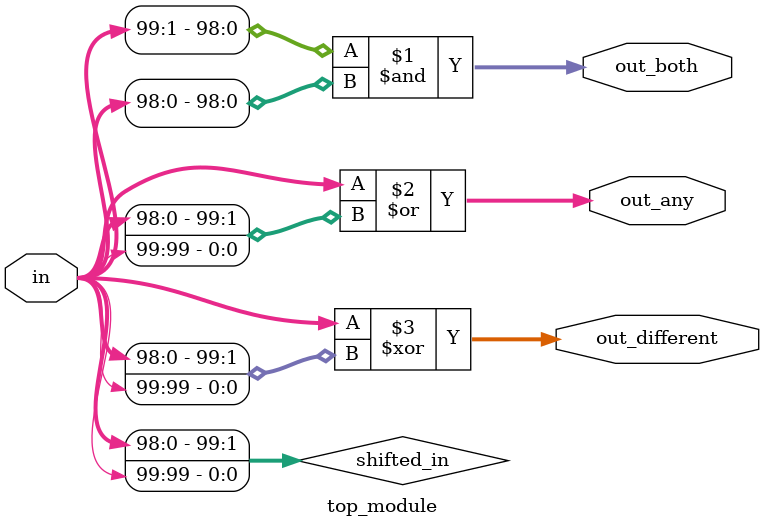
<source format=sv>
module top_module (
	input [99:0] in,
	output [98:0] out_both,
	output [99:0] out_any,
	output [99:0] out_different
);

	wire [99:0] shifted_in;

	// Shift the input signal by one bit
	assign shifted_in = {in[98:0], in[99]};

	// Generate the output signals
	assign out_both = in[99:1] & in[98:0]; // Bit-wise AND operation (99-bit wide)
	assign out_any = in | shifted_in;      // Bit-wise OR operation (100-bit wide)
	assign out_different = in ^ shifted_in; // Bit-wise XOR operation (100-bit wide)

endmodule

</source>
